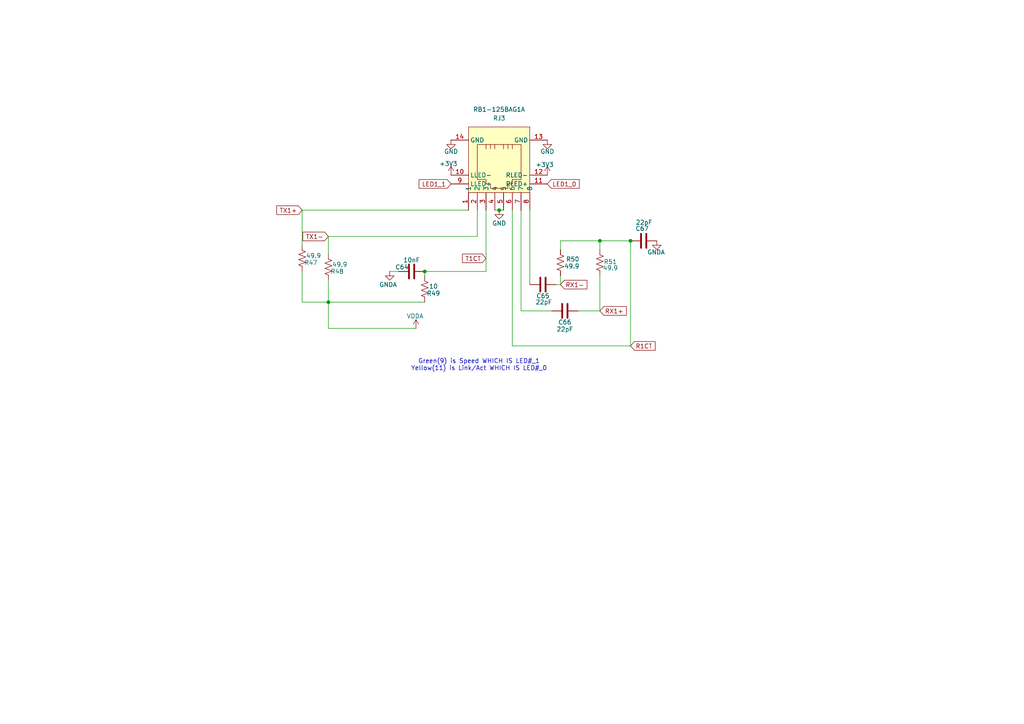
<source format=kicad_sch>
(kicad_sch (version 20250114) (generator "eeschema") (generator_version "9.0")
  (paper "A4")
  (title_block (date "2025-04-01") (rev "1") (company "Bronco Space") (comment 1 "SCALES") (comment 2 "By John Pollak"))
  (lib_symbols
    (symbol "Device:C" (pin_numbers (hide yes)) (pin_names (offset 0.254))
      (property "Reference" "C" (at 0.635 2.54 0))
      (property "Value" "C" (at 0.635 -2.54 0))
      (symbol "C_0_1"
        (polyline (pts (xy -2.032 0.762) (xy 2.032 0.762)) (stroke (width 0.508)))
        (polyline (pts (xy -2.032 -0.762) (xy 2.032 -0.762)) (stroke (width 0.508)))
      )
      (symbol "C_1_1"
        (pin passive line (at 0 3.81 270) (length 2.794) (name "~") (number "1"))
        (pin passive line (at 0 -3.81 90) (length 2.794) (name "~") (number "2"))
      )
    )
    (symbol "Device:R_US" (pin_numbers (hide yes)) (pin_names (offset 0))
      (property "Reference" "R" (at 2.54 0 90))
      (property "Value" "R_US" (at -2.54 0 90))
      (symbol "R_US_0_1"
        (polyline (pts (xy 0 2.286) (xy 0 2.54)))
        (polyline (pts (xy 0 2.286) (xy 1.016 1.905) (xy 0 1.524) (xy -1.016 1.143) (xy 0 0.762)))
        (polyline (pts (xy 0 0.762) (xy 1.016 0.381) (xy 0 0) (xy -1.016 -0.381) (xy 0 -0.762)))
        (polyline (pts (xy 0 -0.762) (xy 1.016 -1.143) (xy 0 -1.524) (xy -1.016 -1.905) (xy 0 -2.286)))
        (polyline (pts (xy 0 -2.286) (xy 0 -2.54)))
      )
      (symbol "R_US_1_1"
        (pin passive line (at 0 3.81 270) (length 1.27) (name "~") (number "1"))
        (pin passive line (at 0 -3.81 90) (length 1.27) (name "~") (number "2"))
      )
    )
    (symbol "easyeda2kicad:RB1-125BAG1A"
      (property "Reference" "RJ" (at 0 12.7 0))
      (property "Value" "RB1-125BAG1A" (at 0 -17.78 0))
      (symbol "RB1-125BAG1A_0_1"
        (rectangle (start -7.62 11.43) (end 10.16 -7.62) (fill (type background)))
        (polyline (pts (xy -2.54 6.35) (xy -2.54 5.08) (xy -2.54 5.08)))
        (polyline (pts (xy -1.27 6.35) (xy -1.27 5.08) (xy -1.27 5.08)))
        (polyline (pts (xy 0 6.35) (xy 0 5.08) (xy 0 5.08)))
        (polyline (pts (xy 2.54 6.35) (xy 2.54 5.08) (xy 2.54 5.08)))
        (polyline (pts (xy 3.81 6.35) (xy 3.81 5.08) (xy 3.81 5.08)))
        (polyline (pts (xy 5.08 6.35) (xy 5.08 5.08) (xy 5.08 5.08)))
        (polyline (pts (xy 7.62 6.35) (xy -5.08 6.35) (xy -5.08 -3.81) (xy -2.54 -3.81) (xy -2.54 -5.08) (xy -1.27 -5.08) (xy -1.27 -5.08) (xy -1.27 -6.35) (xy 3.81 -6.35) (xy 3.81 -5.08) (xy 5.08 -5.08) (xy 5.08 -3.81) (xy 7.62 -3.81) (xy 7.62 6.35) (xy 7.62 5.08)))
        (pin unspecified line (at -12.7 7.62 0) (length 5.08) (name "GND") (number "14"))
        (pin unspecified line (at -12.7 -2.54 0) (length 5.08) (name "LLED-") (number "10"))
        (pin unspecified line (at -12.7 -5.08 0) (length 5.08) (name "LLED+") (number "9"))
        (pin unspecified line (at -7.62 -12.7 90) (length 5.08) (name "1") (number "1"))
        (pin unspecified line (at -5.08 -12.7 90) (length 5.08) (name "2") (number "2"))
        (pin unspecified line (at -2.54 -12.7 90) (length 5.08) (name "3") (number "3"))
        (pin unspecified line (at 0 -12.7 90) (length 5.08) (name "4") (number "4"))
        (pin unspecified line (at 2.54 -12.7 90) (length 5.08) (name "5") (number "5"))
        (pin unspecified line (at 5.08 -12.7 90) (length 5.08) (name "6") (number "6"))
        (pin unspecified line (at 7.62 -12.7 90) (length 5.08) (name "7") (number "7"))
        (pin unspecified line (at 10.16 -12.7 90) (length 5.08) (name "8") (number "8"))
        (pin unspecified line (at 15.24 7.62 180) (length 5.08) (name "GND") (number "13"))
        (pin unspecified line (at 15.24 -2.54 180) (length 5.08) (name "RLED-") (number "12"))
        (pin unspecified line (at 15.24 -5.08 180) (length 5.08) (name "RLED+") (number "11"))
      )
    )
    (symbol "power:+3V3" (power) (pin_numbers (hide yes)) (pin_names (offset 0) (hide yes))
      (property "Value" "+3V3" (at 0 3.556 0))
      (symbol "+3V3_0_1"
        (polyline (pts (xy -0.762 1.27) (xy 0 2.54)))
        (polyline (pts (xy 0 2.54) (xy 0.762 1.27)))
        (polyline (pts (xy 0 0) (xy 0 2.54)))
      )
      (symbol "+3V3_1_1"
        (pin power_in line (at 0 0 90) (length 0) (name "~") (number "1"))
      )
    )
    (symbol "power:GND" (power) (pin_numbers (hide yes)) (pin_names (offset 0) (hide yes))
      (property "Value" "GND" (at 0 -3.81 0))
      (symbol "GND_0_1"
        (polyline (pts (xy 0 0) (xy 0 -1.27) (xy 1.27 -1.27) (xy 0 -2.54) (xy -1.27 -1.27) (xy 0 -1.27)))
      )
      (symbol "GND_1_1"
        (pin power_in line (at 0 0 270) (length 0) (name "~") (number "1"))
      )
    )
    (symbol "power:VPP" (power) (pin_numbers (hide yes)) (pin_names (offset 0) (hide yes))
      (property "Value" "VPP" (at 0 3.556 0))
      (symbol "VPP_0_1"
        (polyline (pts (xy -0.762 1.27) (xy 0 2.54)))
        (polyline (pts (xy 0 2.54) (xy 0.762 1.27)))
        (polyline (pts (xy 0 0) (xy 0 2.54)))
      )
      (symbol "VPP_1_1"
        (pin power_in line (at 0 0 90) (length 0) (name "~") (number "1"))
      )
    )
  )
  (text "Green(9) is Speed WHICH IS LED#_1\nYellow(11) is Link/Act WHICH IS LED#_0\n" (at 138.938 105.918 0) (effects (font (size 1.27 1.27))))
  (junction (at 182.88 69.85))
  (junction (at 123.19 78.74))
  (junction (at 144.78 60.96))
  (junction (at 95.25 87.63))
  (junction (at 173.99 69.85))
  (wire (pts (xy 140.97 60.96) (xy 140.97 78.74)))
  (wire (pts (xy 146.05 60.96) (xy 144.78 60.96)))
  (wire (pts (xy 87.63 78.74) (xy 87.63 87.63)))
  (wire (pts (xy 95.25 81.28) (xy 95.25 87.63)))
  (wire (pts (xy 123.19 80.01) (xy 123.19 78.74)))
  (wire (pts (xy 167.64 90.17) (xy 173.99 90.17)))
  (wire (pts (xy 113.03 78.74) (xy 115.57 78.74)))
  (wire (pts (xy 95.25 68.58) (xy 138.43 68.58)))
  (wire (pts (xy 123.19 87.63) (xy 95.25 87.63)))
  (wire (pts (xy 162.56 82.55) (xy 162.56 80.01)))
  (wire (pts (xy 153.67 60.96) (xy 153.67 82.55)))
  (wire (pts (xy 182.88 100.33) (xy 182.88 69.85)))
  (wire (pts (xy 123.19 78.74) (xy 140.97 78.74)))
  (wire (pts (xy 162.56 82.55) (xy 161.29 82.55)))
  (wire (pts (xy 87.63 60.96) (xy 135.89 60.96)))
  (wire (pts (xy 87.63 60.96) (xy 87.63 71.12)))
  (wire (pts (xy 182.88 69.85) (xy 173.99 69.85)))
  (wire (pts (xy 138.43 68.58) (xy 138.43 60.96)))
  (wire (pts (xy 151.13 90.17) (xy 151.13 60.96)))
  (wire (pts (xy 162.56 69.85) (xy 173.99 69.85)))
  (wire (pts (xy 95.25 73.66) (xy 95.25 68.58)))
  (wire (pts (xy 144.78 60.96) (xy 143.51 60.96)))
  (wire (pts (xy 160.02 90.17) (xy 151.13 90.17)))
  (wire (pts (xy 173.99 90.17) (xy 173.99 80.01)))
  (wire (pts (xy 148.59 100.33) (xy 182.88 100.33)))
  (wire (pts (xy 95.25 95.25) (xy 95.25 87.63)))
  (wire (pts (xy 148.59 60.96) (xy 148.59 100.33)))
  (wire (pts (xy 162.56 69.85) (xy 162.56 72.39)))
  (wire (pts (xy 173.99 69.85) (xy 173.99 72.39)))
  (wire (pts (xy 120.65 95.25) (xy 95.25 95.25)))
  (wire (pts (xy 87.63 87.63) (xy 95.25 87.63)))
  (global_label "R1CT" (shape input) (at 182.88 100.33 0) (property "Intersheetrefs" "${INTERSHEET_REFS}" (effects (hide yes))))
  (global_label "TX1-" (shape input) (at 95.25 68.58 180) (property "Intersheetrefs" "${INTERSHEET_REFS}" (effects (hide yes))))
  (global_label "LED1_0" (shape input) (at 158.75 53.34 0) (property "Intersheetrefs" "${INTERSHEET_REFS}" (effects (hide yes))))
  (global_label "LED1_1" (shape input) (at 130.81 53.34 180) (property "Intersheetrefs" "${INTERSHEET_REFS}" (effects (hide yes))))
  (global_label "T1CT" (shape input) (at 140.97 74.93 180) (property "Intersheetrefs" "${INTERSHEET_REFS}" (effects (hide yes))))
  (global_label "RX1-" (shape input) (at 162.56 82.55 0) (property "Intersheetrefs" "${INTERSHEET_REFS}" (effects (hide yes))))
  (global_label "RX1+" (shape input) (at 173.99 90.17 0) (property "Intersheetrefs" "${INTERSHEET_REFS}" (effects (hide yes))))
  (global_label "TX1+" (shape input) (at 87.63 60.96 180) (property "Intersheetrefs" "${INTERSHEET_REFS}" (effects (hide yes))))
  (symbol (lib_id "power:GND") (at 144.78 60.96 0) (unit 1)
    (property "Reference" "#PWR0123" (effects (hide yes)))
    (property "Value" "GND" (at 144.78 64.77 0))
    (property "Description" "Power symbol creates a global label with name \"GND\" , ground" (effects (hide yes)))
  )
  (symbol (lib_id "power:GND") (at 130.81 40.64 0) (unit 1)
    (property "Reference" "#PWR0121" (effects (hide yes)))
    (property "Value" "GND" (at 128.778 43.942 0) (effects (justify left)))
    (property "Description" "Power symbol creates a global label with name \"GND\" , ground" (effects (hide yes)))
  )
  (symbol (lib_id "Device:C") (at 157.48 82.55 270) (unit 1)
    (property "Reference" "C65" (at 157.48 85.852 90))
    (property "Value" "22pF" (at 157.734 87.63 90))
    (property "Footprint" "Capacitor_SMD:C_0402_1005Metric" (effects (hide yes)))
    (property "Description" "Unpolarized capacitor" (effects (hide yes)))
  )
  (symbol (lib_id "Device:R_US") (at 173.99 76.2 0) (unit 1)
    (property "Reference" "R51" (at 177.038 75.946 0))
    (property "Value" "49.9" (at 177.038 77.724 0))
    (property "Footprint" "Resistor_SMD:R_0603_1608Metric" (effects (hide yes)))
    (property "Description" "Resistor, US symbol" (effects (hide yes)))
  )
  (symbol (lib_id "Device:R_US") (at 95.25 77.47 0) (unit 1)
    (property "Reference" "R48" (at 97.79 78.74 0))
    (property "Value" "49.9" (at 98.552 76.708 0))
    (property "Footprint" "Resistor_SMD:R_0603_1608Metric" (effects (hide yes)))
    (property "Description" "Resistor, US symbol" (effects (hide yes)))
  )
  (symbol (lib_id "Device:C") (at 186.69 69.85 270) (unit 1)
    (property "Reference" "C67" (at 188.214 66.294 90) (effects (justify right)))
    (property "Value" "22pF" (at 189.23 64.516 90) (effects (justify right)))
    (property "Footprint" "Capacitor_SMD:C_0402_1005Metric" (effects (hide yes)))
    (property "Description" "Unpolarized capacitor" (effects (hide yes)))
  )
  (symbol (lib_id "Device:C") (at 119.38 78.74 90) (unit 1)
    (property "Reference" "C64" (at 116.586 77.47 90))
    (property "Value" "10nF" (at 119.38 75.438 90))
    (property "Footprint" "Capacitor_SMD:C_0402_1005Metric" (effects (hide yes)))
    (property "Description" "Unpolarized capacitor" (effects (hide yes)))
  )
  (symbol (lib_id "Device:R_US") (at 87.63 74.93 0) (unit 1)
    (property "Reference" "R47" (at 90.17 76.2 0))
    (property "Value" "49.9" (at 90.932 74.168 0))
    (property "Footprint" "Resistor_SMD:R_0603_1608Metric" (effects (hide yes)))
    (property "Description" "Resistor, US symbol" (effects (hide yes)))
  )
  (symbol (lib_id "power:GND") (at 190.5 69.85 0) (unit 1)
    (property "Reference" "#PWR0126" (effects (hide yes)))
    (property "Value" "GNDA" (at 187.706 73.152 0) (effects (justify left)))
    (property "Description" "Power symbol creates a global label with name \"GND\" , ground" (effects (hide yes)))
  )
  (symbol (lib_id "power:GND") (at 113.03 78.74 0) (unit 1)
    (property "Reference" "#PWR0119" (effects (hide yes)))
    (property "Value" "GNDA" (at 109.982 82.55 0) (effects (justify left)))
    (property "Description" "Power symbol creates a global label with name \"GND\" , ground" (effects (hide yes)))
  )
  (symbol (lib_id "power:+3V3") (at 158.75 50.8 0) (unit 1)
    (property "Reference" "#PWR0125" (effects (hide yes)))
    (property "Value" "+3V3" (at 157.988 47.752 0))
    (property "Description" "Power symbol creates a global label with name \"+3V3\"" (effects (hide yes)))
  )
  (symbol (lib_id "Device:C") (at 163.83 90.17 270) (unit 1)
    (property "Reference" "C66" (at 163.83 93.472 90))
    (property "Value" "22pF" (at 163.83 95.504 90))
    (property "Footprint" "Capacitor_SMD:C_0402_1005Metric" (effects (hide yes)))
    (property "Description" "Unpolarized capacitor" (effects (hide yes)))
  )
  (symbol (lib_id "Device:R_US") (at 162.56 76.2 0) (unit 1)
    (property "Reference" "R50" (at 166.116 75.184 0))
    (property "Value" "49.9" (at 165.862 77.216 0))
    (property "Footprint" "Resistor_SMD:R_0603_1608Metric" (effects (hide yes)))
    (property "Description" "Resistor, US symbol" (effects (hide yes)))
  )
  (symbol (lib_id "power:+3V3") (at 130.81 50.8 0) (unit 1)
    (property "Reference" "#PWR0122" (effects (hide yes)))
    (property "Value" "+3V3" (at 130.048 47.498 0))
    (property "Description" "Power symbol creates a global label with name \"+3V3\"" (effects (hide yes)))
  )
  (symbol (lib_id "power:VPP") (at 120.65 95.25 0) (unit 1)
    (property "Reference" "#PWR0120" (effects (hide yes)))
    (property "Value" "VDDA" (at 120.396 91.694 0))
    (property "Description" "Power symbol creates a global label with name \"VPP\"" (effects (hide yes)))
  )
  (symbol (lib_id "power:GND") (at 158.75 40.64 0) (unit 1)
    (property "Reference" "#PWR0124" (effects (hide yes)))
    (property "Value" "GND" (at 156.718 43.942 0) (effects (justify left)))
    (property "Description" "Power symbol creates a global label with name \"GND\" , ground" (effects (hide yes)))
  )
  (symbol (lib_id "easyeda2kicad:RB1-125BAG1A") (at 143.51 48.26 0) (unit 1)
    (property "Reference" "RJ3" (at 144.78 34.29 0))
    (property "Value" "RB1-125BAG1A" (at 144.78 31.75 0))
    (property "Footprint" "easyeda2kicad:RJ45-TH_RB1-125BAG1A" (effects (hide yes)))
    (property "Datasheet" "https://lcsc.com/product-detail/Ethernet-Connectors-Modular-Connectors-RJ45-RJ11_WIZNET-RB1-125BAG1A_C910370.html" (effects (hide yes)))
    (property "LCSC Part" "C910370" (effects (hide yes)))
  )
  (symbol (lib_id "Device:R_US") (at 123.19 83.82 0) (unit 1)
    (property "Reference" "R49" (at 125.73 85.09 0))
    (property "Value" "10" (at 125.73 83.058 0))
    (property "Footprint" "Resistor_SMD:R_0603_1608Metric" (effects (hide yes)))
    (property "Description" "Resistor, US symbol" (effects (hide yes)))
  )
)
</source>
